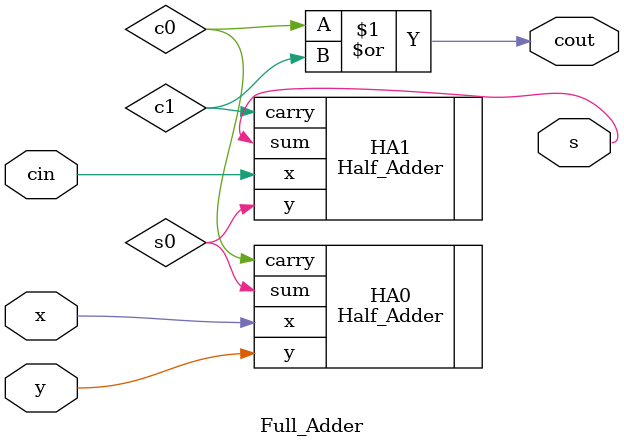
<source format=v>
`timescale 1ns / 1ps


module Full_Adder(
    input x,y,cin,
    output s, cout
    );
    wire s0, c0, c1;
    Half_Adder HA0(.x(x), .y(y), .sum(s0), .carry(c0));
    Half_Adder HA1(.x(cin), .y(s0), .sum(s), .carry(c1));
    assign cout = c0 | c1;
endmodule

</source>
